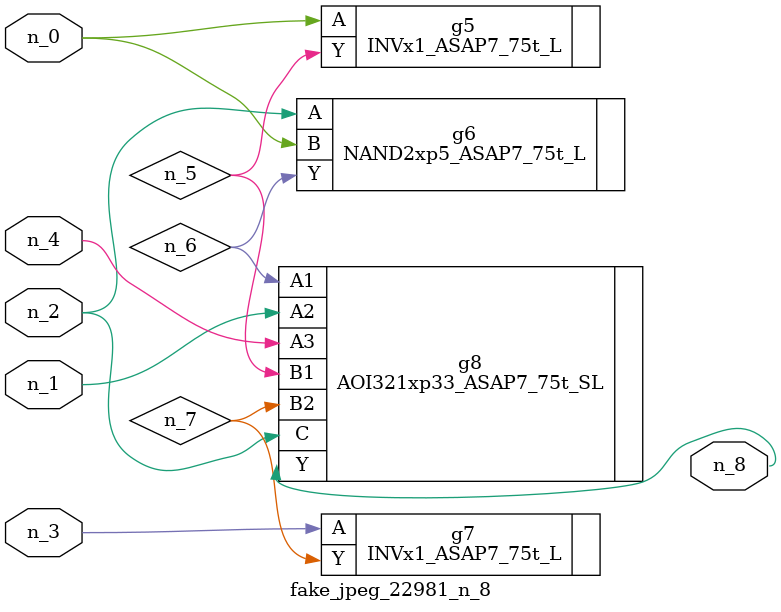
<source format=v>
module fake_jpeg_22981_n_8 (n_3, n_2, n_1, n_0, n_4, n_8);

input n_3;
input n_2;
input n_1;
input n_0;
input n_4;

output n_8;

wire n_6;
wire n_5;
wire n_7;

INVx1_ASAP7_75t_L g5 ( 
.A(n_0),
.Y(n_5)
);

NAND2xp5_ASAP7_75t_L g6 ( 
.A(n_2),
.B(n_0),
.Y(n_6)
);

INVx1_ASAP7_75t_L g7 ( 
.A(n_3),
.Y(n_7)
);

AOI321xp33_ASAP7_75t_SL g8 ( 
.A1(n_6),
.A2(n_1),
.A3(n_4),
.B1(n_5),
.B2(n_7),
.C(n_2),
.Y(n_8)
);


endmodule
</source>
